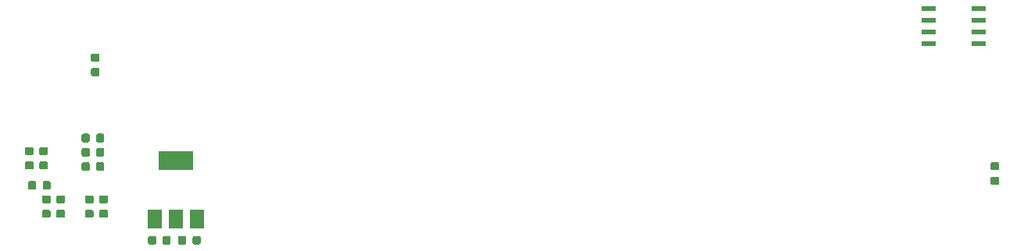
<source format=gbr>
G04 #@! TF.GenerationSoftware,KiCad,Pcbnew,5.0.2-bee76a0~70~ubuntu18.04.1*
G04 #@! TF.CreationDate,2019-10-29T17:05:40+01:00*
G04 #@! TF.ProjectId,emfi,656d6669-2e6b-4696-9361-645f70636258,0.1*
G04 #@! TF.SameCoordinates,Original*
G04 #@! TF.FileFunction,Paste,Bot*
G04 #@! TF.FilePolarity,Positive*
%FSLAX46Y46*%
G04 Gerber Fmt 4.6, Leading zero omitted, Abs format (unit mm)*
G04 Created by KiCad (PCBNEW 5.0.2-bee76a0~70~ubuntu18.04.1) date mar. 29 oct. 2019 17:05:40 CET*
%MOMM*%
%LPD*%
G01*
G04 APERTURE LIST*
%ADD10R,1.500000X2.000000*%
%ADD11R,3.800000X2.000000*%
%ADD12R,1.550000X0.600000*%
%ADD13C,0.100000*%
%ADD14C,0.875000*%
G04 APERTURE END LIST*
D10*
G04 #@! TO.C,U5*
X77811079Y-56914277D03*
X73211079Y-56914277D03*
X75511079Y-56914277D03*
D11*
X75511079Y-50614277D03*
G04 #@! TD*
D12*
G04 #@! TO.C,U6*
X157050000Y-37905000D03*
X157050000Y-36635000D03*
X157050000Y-35365000D03*
X157050000Y-34095000D03*
X162450000Y-34095000D03*
X162450000Y-35365000D03*
X162450000Y-36635000D03*
X162450000Y-37905000D03*
G04 #@! TD*
D13*
G04 #@! TO.C,R9*
G36*
X164527691Y-52351053D02*
X164548926Y-52354203D01*
X164569750Y-52359419D01*
X164589962Y-52366651D01*
X164609368Y-52375830D01*
X164627781Y-52386866D01*
X164645024Y-52399654D01*
X164660930Y-52414070D01*
X164675346Y-52429976D01*
X164688134Y-52447219D01*
X164699170Y-52465632D01*
X164708349Y-52485038D01*
X164715581Y-52505250D01*
X164720797Y-52526074D01*
X164723947Y-52547309D01*
X164725000Y-52568750D01*
X164725000Y-53006250D01*
X164723947Y-53027691D01*
X164720797Y-53048926D01*
X164715581Y-53069750D01*
X164708349Y-53089962D01*
X164699170Y-53109368D01*
X164688134Y-53127781D01*
X164675346Y-53145024D01*
X164660930Y-53160930D01*
X164645024Y-53175346D01*
X164627781Y-53188134D01*
X164609368Y-53199170D01*
X164589962Y-53208349D01*
X164569750Y-53215581D01*
X164548926Y-53220797D01*
X164527691Y-53223947D01*
X164506250Y-53225000D01*
X163993750Y-53225000D01*
X163972309Y-53223947D01*
X163951074Y-53220797D01*
X163930250Y-53215581D01*
X163910038Y-53208349D01*
X163890632Y-53199170D01*
X163872219Y-53188134D01*
X163854976Y-53175346D01*
X163839070Y-53160930D01*
X163824654Y-53145024D01*
X163811866Y-53127781D01*
X163800830Y-53109368D01*
X163791651Y-53089962D01*
X163784419Y-53069750D01*
X163779203Y-53048926D01*
X163776053Y-53027691D01*
X163775000Y-53006250D01*
X163775000Y-52568750D01*
X163776053Y-52547309D01*
X163779203Y-52526074D01*
X163784419Y-52505250D01*
X163791651Y-52485038D01*
X163800830Y-52465632D01*
X163811866Y-52447219D01*
X163824654Y-52429976D01*
X163839070Y-52414070D01*
X163854976Y-52399654D01*
X163872219Y-52386866D01*
X163890632Y-52375830D01*
X163910038Y-52366651D01*
X163930250Y-52359419D01*
X163951074Y-52354203D01*
X163972309Y-52351053D01*
X163993750Y-52350000D01*
X164506250Y-52350000D01*
X164527691Y-52351053D01*
X164527691Y-52351053D01*
G37*
D14*
X164250000Y-52787500D03*
D13*
G36*
X164527691Y-50776053D02*
X164548926Y-50779203D01*
X164569750Y-50784419D01*
X164589962Y-50791651D01*
X164609368Y-50800830D01*
X164627781Y-50811866D01*
X164645024Y-50824654D01*
X164660930Y-50839070D01*
X164675346Y-50854976D01*
X164688134Y-50872219D01*
X164699170Y-50890632D01*
X164708349Y-50910038D01*
X164715581Y-50930250D01*
X164720797Y-50951074D01*
X164723947Y-50972309D01*
X164725000Y-50993750D01*
X164725000Y-51431250D01*
X164723947Y-51452691D01*
X164720797Y-51473926D01*
X164715581Y-51494750D01*
X164708349Y-51514962D01*
X164699170Y-51534368D01*
X164688134Y-51552781D01*
X164675346Y-51570024D01*
X164660930Y-51585930D01*
X164645024Y-51600346D01*
X164627781Y-51613134D01*
X164609368Y-51624170D01*
X164589962Y-51633349D01*
X164569750Y-51640581D01*
X164548926Y-51645797D01*
X164527691Y-51648947D01*
X164506250Y-51650000D01*
X163993750Y-51650000D01*
X163972309Y-51648947D01*
X163951074Y-51645797D01*
X163930250Y-51640581D01*
X163910038Y-51633349D01*
X163890632Y-51624170D01*
X163872219Y-51613134D01*
X163854976Y-51600346D01*
X163839070Y-51585930D01*
X163824654Y-51570024D01*
X163811866Y-51552781D01*
X163800830Y-51534368D01*
X163791651Y-51514962D01*
X163784419Y-51494750D01*
X163779203Y-51473926D01*
X163776053Y-51452691D01*
X163775000Y-51431250D01*
X163775000Y-50993750D01*
X163776053Y-50972309D01*
X163779203Y-50951074D01*
X163784419Y-50930250D01*
X163791651Y-50910038D01*
X163800830Y-50890632D01*
X163811866Y-50872219D01*
X163824654Y-50854976D01*
X163839070Y-50839070D01*
X163854976Y-50824654D01*
X163872219Y-50811866D01*
X163890632Y-50800830D01*
X163910038Y-50791651D01*
X163930250Y-50784419D01*
X163951074Y-50779203D01*
X163972309Y-50776053D01*
X163993750Y-50775000D01*
X164506250Y-50775000D01*
X164527691Y-50776053D01*
X164527691Y-50776053D01*
G37*
D14*
X164250000Y-51212500D03*
G04 #@! TD*
D13*
G04 #@! TO.C,C6*
G36*
X67577691Y-49226053D02*
X67598926Y-49229203D01*
X67619750Y-49234419D01*
X67639962Y-49241651D01*
X67659368Y-49250830D01*
X67677781Y-49261866D01*
X67695024Y-49274654D01*
X67710930Y-49289070D01*
X67725346Y-49304976D01*
X67738134Y-49322219D01*
X67749170Y-49340632D01*
X67758349Y-49360038D01*
X67765581Y-49380250D01*
X67770797Y-49401074D01*
X67773947Y-49422309D01*
X67775000Y-49443750D01*
X67775000Y-49956250D01*
X67773947Y-49977691D01*
X67770797Y-49998926D01*
X67765581Y-50019750D01*
X67758349Y-50039962D01*
X67749170Y-50059368D01*
X67738134Y-50077781D01*
X67725346Y-50095024D01*
X67710930Y-50110930D01*
X67695024Y-50125346D01*
X67677781Y-50138134D01*
X67659368Y-50149170D01*
X67639962Y-50158349D01*
X67619750Y-50165581D01*
X67598926Y-50170797D01*
X67577691Y-50173947D01*
X67556250Y-50175000D01*
X67118750Y-50175000D01*
X67097309Y-50173947D01*
X67076074Y-50170797D01*
X67055250Y-50165581D01*
X67035038Y-50158349D01*
X67015632Y-50149170D01*
X66997219Y-50138134D01*
X66979976Y-50125346D01*
X66964070Y-50110930D01*
X66949654Y-50095024D01*
X66936866Y-50077781D01*
X66925830Y-50059368D01*
X66916651Y-50039962D01*
X66909419Y-50019750D01*
X66904203Y-49998926D01*
X66901053Y-49977691D01*
X66900000Y-49956250D01*
X66900000Y-49443750D01*
X66901053Y-49422309D01*
X66904203Y-49401074D01*
X66909419Y-49380250D01*
X66916651Y-49360038D01*
X66925830Y-49340632D01*
X66936866Y-49322219D01*
X66949654Y-49304976D01*
X66964070Y-49289070D01*
X66979976Y-49274654D01*
X66997219Y-49261866D01*
X67015632Y-49250830D01*
X67035038Y-49241651D01*
X67055250Y-49234419D01*
X67076074Y-49229203D01*
X67097309Y-49226053D01*
X67118750Y-49225000D01*
X67556250Y-49225000D01*
X67577691Y-49226053D01*
X67577691Y-49226053D01*
G37*
D14*
X67337500Y-49700000D03*
D13*
G36*
X66002691Y-49226053D02*
X66023926Y-49229203D01*
X66044750Y-49234419D01*
X66064962Y-49241651D01*
X66084368Y-49250830D01*
X66102781Y-49261866D01*
X66120024Y-49274654D01*
X66135930Y-49289070D01*
X66150346Y-49304976D01*
X66163134Y-49322219D01*
X66174170Y-49340632D01*
X66183349Y-49360038D01*
X66190581Y-49380250D01*
X66195797Y-49401074D01*
X66198947Y-49422309D01*
X66200000Y-49443750D01*
X66200000Y-49956250D01*
X66198947Y-49977691D01*
X66195797Y-49998926D01*
X66190581Y-50019750D01*
X66183349Y-50039962D01*
X66174170Y-50059368D01*
X66163134Y-50077781D01*
X66150346Y-50095024D01*
X66135930Y-50110930D01*
X66120024Y-50125346D01*
X66102781Y-50138134D01*
X66084368Y-50149170D01*
X66064962Y-50158349D01*
X66044750Y-50165581D01*
X66023926Y-50170797D01*
X66002691Y-50173947D01*
X65981250Y-50175000D01*
X65543750Y-50175000D01*
X65522309Y-50173947D01*
X65501074Y-50170797D01*
X65480250Y-50165581D01*
X65460038Y-50158349D01*
X65440632Y-50149170D01*
X65422219Y-50138134D01*
X65404976Y-50125346D01*
X65389070Y-50110930D01*
X65374654Y-50095024D01*
X65361866Y-50077781D01*
X65350830Y-50059368D01*
X65341651Y-50039962D01*
X65334419Y-50019750D01*
X65329203Y-49998926D01*
X65326053Y-49977691D01*
X65325000Y-49956250D01*
X65325000Y-49443750D01*
X65326053Y-49422309D01*
X65329203Y-49401074D01*
X65334419Y-49380250D01*
X65341651Y-49360038D01*
X65350830Y-49340632D01*
X65361866Y-49322219D01*
X65374654Y-49304976D01*
X65389070Y-49289070D01*
X65404976Y-49274654D01*
X65422219Y-49261866D01*
X65440632Y-49250830D01*
X65460038Y-49241651D01*
X65480250Y-49234419D01*
X65501074Y-49229203D01*
X65522309Y-49226053D01*
X65543750Y-49225000D01*
X65981250Y-49225000D01*
X66002691Y-49226053D01*
X66002691Y-49226053D01*
G37*
D14*
X65762500Y-49700000D03*
G04 #@! TD*
D13*
G04 #@! TO.C,C7*
G36*
X61477691Y-50701053D02*
X61498926Y-50704203D01*
X61519750Y-50709419D01*
X61539962Y-50716651D01*
X61559368Y-50725830D01*
X61577781Y-50736866D01*
X61595024Y-50749654D01*
X61610930Y-50764070D01*
X61625346Y-50779976D01*
X61638134Y-50797219D01*
X61649170Y-50815632D01*
X61658349Y-50835038D01*
X61665581Y-50855250D01*
X61670797Y-50876074D01*
X61673947Y-50897309D01*
X61675000Y-50918750D01*
X61675000Y-51356250D01*
X61673947Y-51377691D01*
X61670797Y-51398926D01*
X61665581Y-51419750D01*
X61658349Y-51439962D01*
X61649170Y-51459368D01*
X61638134Y-51477781D01*
X61625346Y-51495024D01*
X61610930Y-51510930D01*
X61595024Y-51525346D01*
X61577781Y-51538134D01*
X61559368Y-51549170D01*
X61539962Y-51558349D01*
X61519750Y-51565581D01*
X61498926Y-51570797D01*
X61477691Y-51573947D01*
X61456250Y-51575000D01*
X60943750Y-51575000D01*
X60922309Y-51573947D01*
X60901074Y-51570797D01*
X60880250Y-51565581D01*
X60860038Y-51558349D01*
X60840632Y-51549170D01*
X60822219Y-51538134D01*
X60804976Y-51525346D01*
X60789070Y-51510930D01*
X60774654Y-51495024D01*
X60761866Y-51477781D01*
X60750830Y-51459368D01*
X60741651Y-51439962D01*
X60734419Y-51419750D01*
X60729203Y-51398926D01*
X60726053Y-51377691D01*
X60725000Y-51356250D01*
X60725000Y-50918750D01*
X60726053Y-50897309D01*
X60729203Y-50876074D01*
X60734419Y-50855250D01*
X60741651Y-50835038D01*
X60750830Y-50815632D01*
X60761866Y-50797219D01*
X60774654Y-50779976D01*
X60789070Y-50764070D01*
X60804976Y-50749654D01*
X60822219Y-50736866D01*
X60840632Y-50725830D01*
X60860038Y-50716651D01*
X60880250Y-50709419D01*
X60901074Y-50704203D01*
X60922309Y-50701053D01*
X60943750Y-50700000D01*
X61456250Y-50700000D01*
X61477691Y-50701053D01*
X61477691Y-50701053D01*
G37*
D14*
X61200000Y-51137500D03*
D13*
G36*
X61477691Y-49126053D02*
X61498926Y-49129203D01*
X61519750Y-49134419D01*
X61539962Y-49141651D01*
X61559368Y-49150830D01*
X61577781Y-49161866D01*
X61595024Y-49174654D01*
X61610930Y-49189070D01*
X61625346Y-49204976D01*
X61638134Y-49222219D01*
X61649170Y-49240632D01*
X61658349Y-49260038D01*
X61665581Y-49280250D01*
X61670797Y-49301074D01*
X61673947Y-49322309D01*
X61675000Y-49343750D01*
X61675000Y-49781250D01*
X61673947Y-49802691D01*
X61670797Y-49823926D01*
X61665581Y-49844750D01*
X61658349Y-49864962D01*
X61649170Y-49884368D01*
X61638134Y-49902781D01*
X61625346Y-49920024D01*
X61610930Y-49935930D01*
X61595024Y-49950346D01*
X61577781Y-49963134D01*
X61559368Y-49974170D01*
X61539962Y-49983349D01*
X61519750Y-49990581D01*
X61498926Y-49995797D01*
X61477691Y-49998947D01*
X61456250Y-50000000D01*
X60943750Y-50000000D01*
X60922309Y-49998947D01*
X60901074Y-49995797D01*
X60880250Y-49990581D01*
X60860038Y-49983349D01*
X60840632Y-49974170D01*
X60822219Y-49963134D01*
X60804976Y-49950346D01*
X60789070Y-49935930D01*
X60774654Y-49920024D01*
X60761866Y-49902781D01*
X60750830Y-49884368D01*
X60741651Y-49864962D01*
X60734419Y-49844750D01*
X60729203Y-49823926D01*
X60726053Y-49802691D01*
X60725000Y-49781250D01*
X60725000Y-49343750D01*
X60726053Y-49322309D01*
X60729203Y-49301074D01*
X60734419Y-49280250D01*
X60741651Y-49260038D01*
X60750830Y-49240632D01*
X60761866Y-49222219D01*
X60774654Y-49204976D01*
X60789070Y-49189070D01*
X60804976Y-49174654D01*
X60822219Y-49161866D01*
X60840632Y-49150830D01*
X60860038Y-49141651D01*
X60880250Y-49134419D01*
X60901074Y-49129203D01*
X60922309Y-49126053D01*
X60943750Y-49125000D01*
X61456250Y-49125000D01*
X61477691Y-49126053D01*
X61477691Y-49126053D01*
G37*
D14*
X61200000Y-49562500D03*
G04 #@! TD*
D13*
G04 #@! TO.C,C12*
G36*
X73202691Y-58776053D02*
X73223926Y-58779203D01*
X73244750Y-58784419D01*
X73264962Y-58791651D01*
X73284368Y-58800830D01*
X73302781Y-58811866D01*
X73320024Y-58824654D01*
X73335930Y-58839070D01*
X73350346Y-58854976D01*
X73363134Y-58872219D01*
X73374170Y-58890632D01*
X73383349Y-58910038D01*
X73390581Y-58930250D01*
X73395797Y-58951074D01*
X73398947Y-58972309D01*
X73400000Y-58993750D01*
X73400000Y-59506250D01*
X73398947Y-59527691D01*
X73395797Y-59548926D01*
X73390581Y-59569750D01*
X73383349Y-59589962D01*
X73374170Y-59609368D01*
X73363134Y-59627781D01*
X73350346Y-59645024D01*
X73335930Y-59660930D01*
X73320024Y-59675346D01*
X73302781Y-59688134D01*
X73284368Y-59699170D01*
X73264962Y-59708349D01*
X73244750Y-59715581D01*
X73223926Y-59720797D01*
X73202691Y-59723947D01*
X73181250Y-59725000D01*
X72743750Y-59725000D01*
X72722309Y-59723947D01*
X72701074Y-59720797D01*
X72680250Y-59715581D01*
X72660038Y-59708349D01*
X72640632Y-59699170D01*
X72622219Y-59688134D01*
X72604976Y-59675346D01*
X72589070Y-59660930D01*
X72574654Y-59645024D01*
X72561866Y-59627781D01*
X72550830Y-59609368D01*
X72541651Y-59589962D01*
X72534419Y-59569750D01*
X72529203Y-59548926D01*
X72526053Y-59527691D01*
X72525000Y-59506250D01*
X72525000Y-58993750D01*
X72526053Y-58972309D01*
X72529203Y-58951074D01*
X72534419Y-58930250D01*
X72541651Y-58910038D01*
X72550830Y-58890632D01*
X72561866Y-58872219D01*
X72574654Y-58854976D01*
X72589070Y-58839070D01*
X72604976Y-58824654D01*
X72622219Y-58811866D01*
X72640632Y-58800830D01*
X72660038Y-58791651D01*
X72680250Y-58784419D01*
X72701074Y-58779203D01*
X72722309Y-58776053D01*
X72743750Y-58775000D01*
X73181250Y-58775000D01*
X73202691Y-58776053D01*
X73202691Y-58776053D01*
G37*
D14*
X72962500Y-59250000D03*
D13*
G36*
X74777691Y-58776053D02*
X74798926Y-58779203D01*
X74819750Y-58784419D01*
X74839962Y-58791651D01*
X74859368Y-58800830D01*
X74877781Y-58811866D01*
X74895024Y-58824654D01*
X74910930Y-58839070D01*
X74925346Y-58854976D01*
X74938134Y-58872219D01*
X74949170Y-58890632D01*
X74958349Y-58910038D01*
X74965581Y-58930250D01*
X74970797Y-58951074D01*
X74973947Y-58972309D01*
X74975000Y-58993750D01*
X74975000Y-59506250D01*
X74973947Y-59527691D01*
X74970797Y-59548926D01*
X74965581Y-59569750D01*
X74958349Y-59589962D01*
X74949170Y-59609368D01*
X74938134Y-59627781D01*
X74925346Y-59645024D01*
X74910930Y-59660930D01*
X74895024Y-59675346D01*
X74877781Y-59688134D01*
X74859368Y-59699170D01*
X74839962Y-59708349D01*
X74819750Y-59715581D01*
X74798926Y-59720797D01*
X74777691Y-59723947D01*
X74756250Y-59725000D01*
X74318750Y-59725000D01*
X74297309Y-59723947D01*
X74276074Y-59720797D01*
X74255250Y-59715581D01*
X74235038Y-59708349D01*
X74215632Y-59699170D01*
X74197219Y-59688134D01*
X74179976Y-59675346D01*
X74164070Y-59660930D01*
X74149654Y-59645024D01*
X74136866Y-59627781D01*
X74125830Y-59609368D01*
X74116651Y-59589962D01*
X74109419Y-59569750D01*
X74104203Y-59548926D01*
X74101053Y-59527691D01*
X74100000Y-59506250D01*
X74100000Y-58993750D01*
X74101053Y-58972309D01*
X74104203Y-58951074D01*
X74109419Y-58930250D01*
X74116651Y-58910038D01*
X74125830Y-58890632D01*
X74136866Y-58872219D01*
X74149654Y-58854976D01*
X74164070Y-58839070D01*
X74179976Y-58824654D01*
X74197219Y-58811866D01*
X74215632Y-58800830D01*
X74235038Y-58791651D01*
X74255250Y-58784419D01*
X74276074Y-58779203D01*
X74297309Y-58776053D01*
X74318750Y-58775000D01*
X74756250Y-58775000D01*
X74777691Y-58776053D01*
X74777691Y-58776053D01*
G37*
D14*
X74537500Y-59250000D03*
G04 #@! TD*
D13*
G04 #@! TO.C,C14*
G36*
X76452691Y-58776053D02*
X76473926Y-58779203D01*
X76494750Y-58784419D01*
X76514962Y-58791651D01*
X76534368Y-58800830D01*
X76552781Y-58811866D01*
X76570024Y-58824654D01*
X76585930Y-58839070D01*
X76600346Y-58854976D01*
X76613134Y-58872219D01*
X76624170Y-58890632D01*
X76633349Y-58910038D01*
X76640581Y-58930250D01*
X76645797Y-58951074D01*
X76648947Y-58972309D01*
X76650000Y-58993750D01*
X76650000Y-59506250D01*
X76648947Y-59527691D01*
X76645797Y-59548926D01*
X76640581Y-59569750D01*
X76633349Y-59589962D01*
X76624170Y-59609368D01*
X76613134Y-59627781D01*
X76600346Y-59645024D01*
X76585930Y-59660930D01*
X76570024Y-59675346D01*
X76552781Y-59688134D01*
X76534368Y-59699170D01*
X76514962Y-59708349D01*
X76494750Y-59715581D01*
X76473926Y-59720797D01*
X76452691Y-59723947D01*
X76431250Y-59725000D01*
X75993750Y-59725000D01*
X75972309Y-59723947D01*
X75951074Y-59720797D01*
X75930250Y-59715581D01*
X75910038Y-59708349D01*
X75890632Y-59699170D01*
X75872219Y-59688134D01*
X75854976Y-59675346D01*
X75839070Y-59660930D01*
X75824654Y-59645024D01*
X75811866Y-59627781D01*
X75800830Y-59609368D01*
X75791651Y-59589962D01*
X75784419Y-59569750D01*
X75779203Y-59548926D01*
X75776053Y-59527691D01*
X75775000Y-59506250D01*
X75775000Y-58993750D01*
X75776053Y-58972309D01*
X75779203Y-58951074D01*
X75784419Y-58930250D01*
X75791651Y-58910038D01*
X75800830Y-58890632D01*
X75811866Y-58872219D01*
X75824654Y-58854976D01*
X75839070Y-58839070D01*
X75854976Y-58824654D01*
X75872219Y-58811866D01*
X75890632Y-58800830D01*
X75910038Y-58791651D01*
X75930250Y-58784419D01*
X75951074Y-58779203D01*
X75972309Y-58776053D01*
X75993750Y-58775000D01*
X76431250Y-58775000D01*
X76452691Y-58776053D01*
X76452691Y-58776053D01*
G37*
D14*
X76212500Y-59250000D03*
D13*
G36*
X78027691Y-58776053D02*
X78048926Y-58779203D01*
X78069750Y-58784419D01*
X78089962Y-58791651D01*
X78109368Y-58800830D01*
X78127781Y-58811866D01*
X78145024Y-58824654D01*
X78160930Y-58839070D01*
X78175346Y-58854976D01*
X78188134Y-58872219D01*
X78199170Y-58890632D01*
X78208349Y-58910038D01*
X78215581Y-58930250D01*
X78220797Y-58951074D01*
X78223947Y-58972309D01*
X78225000Y-58993750D01*
X78225000Y-59506250D01*
X78223947Y-59527691D01*
X78220797Y-59548926D01*
X78215581Y-59569750D01*
X78208349Y-59589962D01*
X78199170Y-59609368D01*
X78188134Y-59627781D01*
X78175346Y-59645024D01*
X78160930Y-59660930D01*
X78145024Y-59675346D01*
X78127781Y-59688134D01*
X78109368Y-59699170D01*
X78089962Y-59708349D01*
X78069750Y-59715581D01*
X78048926Y-59720797D01*
X78027691Y-59723947D01*
X78006250Y-59725000D01*
X77568750Y-59725000D01*
X77547309Y-59723947D01*
X77526074Y-59720797D01*
X77505250Y-59715581D01*
X77485038Y-59708349D01*
X77465632Y-59699170D01*
X77447219Y-59688134D01*
X77429976Y-59675346D01*
X77414070Y-59660930D01*
X77399654Y-59645024D01*
X77386866Y-59627781D01*
X77375830Y-59609368D01*
X77366651Y-59589962D01*
X77359419Y-59569750D01*
X77354203Y-59548926D01*
X77351053Y-59527691D01*
X77350000Y-59506250D01*
X77350000Y-58993750D01*
X77351053Y-58972309D01*
X77354203Y-58951074D01*
X77359419Y-58930250D01*
X77366651Y-58910038D01*
X77375830Y-58890632D01*
X77386866Y-58872219D01*
X77399654Y-58854976D01*
X77414070Y-58839070D01*
X77429976Y-58824654D01*
X77447219Y-58811866D01*
X77465632Y-58800830D01*
X77485038Y-58791651D01*
X77505250Y-58784419D01*
X77526074Y-58779203D01*
X77547309Y-58776053D01*
X77568750Y-58775000D01*
X78006250Y-58775000D01*
X78027691Y-58776053D01*
X78027691Y-58776053D01*
G37*
D14*
X77787500Y-59250000D03*
G04 #@! TD*
D13*
G04 #@! TO.C,C5*
G36*
X61777691Y-55951053D02*
X61798926Y-55954203D01*
X61819750Y-55959419D01*
X61839962Y-55966651D01*
X61859368Y-55975830D01*
X61877781Y-55986866D01*
X61895024Y-55999654D01*
X61910930Y-56014070D01*
X61925346Y-56029976D01*
X61938134Y-56047219D01*
X61949170Y-56065632D01*
X61958349Y-56085038D01*
X61965581Y-56105250D01*
X61970797Y-56126074D01*
X61973947Y-56147309D01*
X61975000Y-56168750D01*
X61975000Y-56606250D01*
X61973947Y-56627691D01*
X61970797Y-56648926D01*
X61965581Y-56669750D01*
X61958349Y-56689962D01*
X61949170Y-56709368D01*
X61938134Y-56727781D01*
X61925346Y-56745024D01*
X61910930Y-56760930D01*
X61895024Y-56775346D01*
X61877781Y-56788134D01*
X61859368Y-56799170D01*
X61839962Y-56808349D01*
X61819750Y-56815581D01*
X61798926Y-56820797D01*
X61777691Y-56823947D01*
X61756250Y-56825000D01*
X61243750Y-56825000D01*
X61222309Y-56823947D01*
X61201074Y-56820797D01*
X61180250Y-56815581D01*
X61160038Y-56808349D01*
X61140632Y-56799170D01*
X61122219Y-56788134D01*
X61104976Y-56775346D01*
X61089070Y-56760930D01*
X61074654Y-56745024D01*
X61061866Y-56727781D01*
X61050830Y-56709368D01*
X61041651Y-56689962D01*
X61034419Y-56669750D01*
X61029203Y-56648926D01*
X61026053Y-56627691D01*
X61025000Y-56606250D01*
X61025000Y-56168750D01*
X61026053Y-56147309D01*
X61029203Y-56126074D01*
X61034419Y-56105250D01*
X61041651Y-56085038D01*
X61050830Y-56065632D01*
X61061866Y-56047219D01*
X61074654Y-56029976D01*
X61089070Y-56014070D01*
X61104976Y-55999654D01*
X61122219Y-55986866D01*
X61140632Y-55975830D01*
X61160038Y-55966651D01*
X61180250Y-55959419D01*
X61201074Y-55954203D01*
X61222309Y-55951053D01*
X61243750Y-55950000D01*
X61756250Y-55950000D01*
X61777691Y-55951053D01*
X61777691Y-55951053D01*
G37*
D14*
X61500000Y-56387500D03*
D13*
G36*
X61777691Y-54376053D02*
X61798926Y-54379203D01*
X61819750Y-54384419D01*
X61839962Y-54391651D01*
X61859368Y-54400830D01*
X61877781Y-54411866D01*
X61895024Y-54424654D01*
X61910930Y-54439070D01*
X61925346Y-54454976D01*
X61938134Y-54472219D01*
X61949170Y-54490632D01*
X61958349Y-54510038D01*
X61965581Y-54530250D01*
X61970797Y-54551074D01*
X61973947Y-54572309D01*
X61975000Y-54593750D01*
X61975000Y-55031250D01*
X61973947Y-55052691D01*
X61970797Y-55073926D01*
X61965581Y-55094750D01*
X61958349Y-55114962D01*
X61949170Y-55134368D01*
X61938134Y-55152781D01*
X61925346Y-55170024D01*
X61910930Y-55185930D01*
X61895024Y-55200346D01*
X61877781Y-55213134D01*
X61859368Y-55224170D01*
X61839962Y-55233349D01*
X61819750Y-55240581D01*
X61798926Y-55245797D01*
X61777691Y-55248947D01*
X61756250Y-55250000D01*
X61243750Y-55250000D01*
X61222309Y-55248947D01*
X61201074Y-55245797D01*
X61180250Y-55240581D01*
X61160038Y-55233349D01*
X61140632Y-55224170D01*
X61122219Y-55213134D01*
X61104976Y-55200346D01*
X61089070Y-55185930D01*
X61074654Y-55170024D01*
X61061866Y-55152781D01*
X61050830Y-55134368D01*
X61041651Y-55114962D01*
X61034419Y-55094750D01*
X61029203Y-55073926D01*
X61026053Y-55052691D01*
X61025000Y-55031250D01*
X61025000Y-54593750D01*
X61026053Y-54572309D01*
X61029203Y-54551074D01*
X61034419Y-54530250D01*
X61041651Y-54510038D01*
X61050830Y-54490632D01*
X61061866Y-54472219D01*
X61074654Y-54454976D01*
X61089070Y-54439070D01*
X61104976Y-54424654D01*
X61122219Y-54411866D01*
X61140632Y-54400830D01*
X61160038Y-54391651D01*
X61180250Y-54384419D01*
X61201074Y-54379203D01*
X61222309Y-54376053D01*
X61243750Y-54375000D01*
X61756250Y-54375000D01*
X61777691Y-54376053D01*
X61777691Y-54376053D01*
G37*
D14*
X61500000Y-54812500D03*
G04 #@! TD*
D13*
G04 #@! TO.C,C2*
G36*
X67977691Y-54376053D02*
X67998926Y-54379203D01*
X68019750Y-54384419D01*
X68039962Y-54391651D01*
X68059368Y-54400830D01*
X68077781Y-54411866D01*
X68095024Y-54424654D01*
X68110930Y-54439070D01*
X68125346Y-54454976D01*
X68138134Y-54472219D01*
X68149170Y-54490632D01*
X68158349Y-54510038D01*
X68165581Y-54530250D01*
X68170797Y-54551074D01*
X68173947Y-54572309D01*
X68175000Y-54593750D01*
X68175000Y-55031250D01*
X68173947Y-55052691D01*
X68170797Y-55073926D01*
X68165581Y-55094750D01*
X68158349Y-55114962D01*
X68149170Y-55134368D01*
X68138134Y-55152781D01*
X68125346Y-55170024D01*
X68110930Y-55185930D01*
X68095024Y-55200346D01*
X68077781Y-55213134D01*
X68059368Y-55224170D01*
X68039962Y-55233349D01*
X68019750Y-55240581D01*
X67998926Y-55245797D01*
X67977691Y-55248947D01*
X67956250Y-55250000D01*
X67443750Y-55250000D01*
X67422309Y-55248947D01*
X67401074Y-55245797D01*
X67380250Y-55240581D01*
X67360038Y-55233349D01*
X67340632Y-55224170D01*
X67322219Y-55213134D01*
X67304976Y-55200346D01*
X67289070Y-55185930D01*
X67274654Y-55170024D01*
X67261866Y-55152781D01*
X67250830Y-55134368D01*
X67241651Y-55114962D01*
X67234419Y-55094750D01*
X67229203Y-55073926D01*
X67226053Y-55052691D01*
X67225000Y-55031250D01*
X67225000Y-54593750D01*
X67226053Y-54572309D01*
X67229203Y-54551074D01*
X67234419Y-54530250D01*
X67241651Y-54510038D01*
X67250830Y-54490632D01*
X67261866Y-54472219D01*
X67274654Y-54454976D01*
X67289070Y-54439070D01*
X67304976Y-54424654D01*
X67322219Y-54411866D01*
X67340632Y-54400830D01*
X67360038Y-54391651D01*
X67380250Y-54384419D01*
X67401074Y-54379203D01*
X67422309Y-54376053D01*
X67443750Y-54375000D01*
X67956250Y-54375000D01*
X67977691Y-54376053D01*
X67977691Y-54376053D01*
G37*
D14*
X67700000Y-54812500D03*
D13*
G36*
X67977691Y-55951053D02*
X67998926Y-55954203D01*
X68019750Y-55959419D01*
X68039962Y-55966651D01*
X68059368Y-55975830D01*
X68077781Y-55986866D01*
X68095024Y-55999654D01*
X68110930Y-56014070D01*
X68125346Y-56029976D01*
X68138134Y-56047219D01*
X68149170Y-56065632D01*
X68158349Y-56085038D01*
X68165581Y-56105250D01*
X68170797Y-56126074D01*
X68173947Y-56147309D01*
X68175000Y-56168750D01*
X68175000Y-56606250D01*
X68173947Y-56627691D01*
X68170797Y-56648926D01*
X68165581Y-56669750D01*
X68158349Y-56689962D01*
X68149170Y-56709368D01*
X68138134Y-56727781D01*
X68125346Y-56745024D01*
X68110930Y-56760930D01*
X68095024Y-56775346D01*
X68077781Y-56788134D01*
X68059368Y-56799170D01*
X68039962Y-56808349D01*
X68019750Y-56815581D01*
X67998926Y-56820797D01*
X67977691Y-56823947D01*
X67956250Y-56825000D01*
X67443750Y-56825000D01*
X67422309Y-56823947D01*
X67401074Y-56820797D01*
X67380250Y-56815581D01*
X67360038Y-56808349D01*
X67340632Y-56799170D01*
X67322219Y-56788134D01*
X67304976Y-56775346D01*
X67289070Y-56760930D01*
X67274654Y-56745024D01*
X67261866Y-56727781D01*
X67250830Y-56709368D01*
X67241651Y-56689962D01*
X67234419Y-56669750D01*
X67229203Y-56648926D01*
X67226053Y-56627691D01*
X67225000Y-56606250D01*
X67225000Y-56168750D01*
X67226053Y-56147309D01*
X67229203Y-56126074D01*
X67234419Y-56105250D01*
X67241651Y-56085038D01*
X67250830Y-56065632D01*
X67261866Y-56047219D01*
X67274654Y-56029976D01*
X67289070Y-56014070D01*
X67304976Y-55999654D01*
X67322219Y-55986866D01*
X67340632Y-55975830D01*
X67360038Y-55966651D01*
X67380250Y-55959419D01*
X67401074Y-55954203D01*
X67422309Y-55951053D01*
X67443750Y-55950000D01*
X67956250Y-55950000D01*
X67977691Y-55951053D01*
X67977691Y-55951053D01*
G37*
D14*
X67700000Y-56387500D03*
G04 #@! TD*
D13*
G04 #@! TO.C,C3*
G36*
X67577691Y-47676053D02*
X67598926Y-47679203D01*
X67619750Y-47684419D01*
X67639962Y-47691651D01*
X67659368Y-47700830D01*
X67677781Y-47711866D01*
X67695024Y-47724654D01*
X67710930Y-47739070D01*
X67725346Y-47754976D01*
X67738134Y-47772219D01*
X67749170Y-47790632D01*
X67758349Y-47810038D01*
X67765581Y-47830250D01*
X67770797Y-47851074D01*
X67773947Y-47872309D01*
X67775000Y-47893750D01*
X67775000Y-48406250D01*
X67773947Y-48427691D01*
X67770797Y-48448926D01*
X67765581Y-48469750D01*
X67758349Y-48489962D01*
X67749170Y-48509368D01*
X67738134Y-48527781D01*
X67725346Y-48545024D01*
X67710930Y-48560930D01*
X67695024Y-48575346D01*
X67677781Y-48588134D01*
X67659368Y-48599170D01*
X67639962Y-48608349D01*
X67619750Y-48615581D01*
X67598926Y-48620797D01*
X67577691Y-48623947D01*
X67556250Y-48625000D01*
X67118750Y-48625000D01*
X67097309Y-48623947D01*
X67076074Y-48620797D01*
X67055250Y-48615581D01*
X67035038Y-48608349D01*
X67015632Y-48599170D01*
X66997219Y-48588134D01*
X66979976Y-48575346D01*
X66964070Y-48560930D01*
X66949654Y-48545024D01*
X66936866Y-48527781D01*
X66925830Y-48509368D01*
X66916651Y-48489962D01*
X66909419Y-48469750D01*
X66904203Y-48448926D01*
X66901053Y-48427691D01*
X66900000Y-48406250D01*
X66900000Y-47893750D01*
X66901053Y-47872309D01*
X66904203Y-47851074D01*
X66909419Y-47830250D01*
X66916651Y-47810038D01*
X66925830Y-47790632D01*
X66936866Y-47772219D01*
X66949654Y-47754976D01*
X66964070Y-47739070D01*
X66979976Y-47724654D01*
X66997219Y-47711866D01*
X67015632Y-47700830D01*
X67035038Y-47691651D01*
X67055250Y-47684419D01*
X67076074Y-47679203D01*
X67097309Y-47676053D01*
X67118750Y-47675000D01*
X67556250Y-47675000D01*
X67577691Y-47676053D01*
X67577691Y-47676053D01*
G37*
D14*
X67337500Y-48150000D03*
D13*
G36*
X66002691Y-47676053D02*
X66023926Y-47679203D01*
X66044750Y-47684419D01*
X66064962Y-47691651D01*
X66084368Y-47700830D01*
X66102781Y-47711866D01*
X66120024Y-47724654D01*
X66135930Y-47739070D01*
X66150346Y-47754976D01*
X66163134Y-47772219D01*
X66174170Y-47790632D01*
X66183349Y-47810038D01*
X66190581Y-47830250D01*
X66195797Y-47851074D01*
X66198947Y-47872309D01*
X66200000Y-47893750D01*
X66200000Y-48406250D01*
X66198947Y-48427691D01*
X66195797Y-48448926D01*
X66190581Y-48469750D01*
X66183349Y-48489962D01*
X66174170Y-48509368D01*
X66163134Y-48527781D01*
X66150346Y-48545024D01*
X66135930Y-48560930D01*
X66120024Y-48575346D01*
X66102781Y-48588134D01*
X66084368Y-48599170D01*
X66064962Y-48608349D01*
X66044750Y-48615581D01*
X66023926Y-48620797D01*
X66002691Y-48623947D01*
X65981250Y-48625000D01*
X65543750Y-48625000D01*
X65522309Y-48623947D01*
X65501074Y-48620797D01*
X65480250Y-48615581D01*
X65460038Y-48608349D01*
X65440632Y-48599170D01*
X65422219Y-48588134D01*
X65404976Y-48575346D01*
X65389070Y-48560930D01*
X65374654Y-48545024D01*
X65361866Y-48527781D01*
X65350830Y-48509368D01*
X65341651Y-48489962D01*
X65334419Y-48469750D01*
X65329203Y-48448926D01*
X65326053Y-48427691D01*
X65325000Y-48406250D01*
X65325000Y-47893750D01*
X65326053Y-47872309D01*
X65329203Y-47851074D01*
X65334419Y-47830250D01*
X65341651Y-47810038D01*
X65350830Y-47790632D01*
X65361866Y-47772219D01*
X65374654Y-47754976D01*
X65389070Y-47739070D01*
X65404976Y-47724654D01*
X65422219Y-47711866D01*
X65440632Y-47700830D01*
X65460038Y-47691651D01*
X65480250Y-47684419D01*
X65501074Y-47679203D01*
X65522309Y-47676053D01*
X65543750Y-47675000D01*
X65981250Y-47675000D01*
X66002691Y-47676053D01*
X66002691Y-47676053D01*
G37*
D14*
X65762500Y-48150000D03*
G04 #@! TD*
D13*
G04 #@! TO.C,C4*
G36*
X59927691Y-50701053D02*
X59948926Y-50704203D01*
X59969750Y-50709419D01*
X59989962Y-50716651D01*
X60009368Y-50725830D01*
X60027781Y-50736866D01*
X60045024Y-50749654D01*
X60060930Y-50764070D01*
X60075346Y-50779976D01*
X60088134Y-50797219D01*
X60099170Y-50815632D01*
X60108349Y-50835038D01*
X60115581Y-50855250D01*
X60120797Y-50876074D01*
X60123947Y-50897309D01*
X60125000Y-50918750D01*
X60125000Y-51356250D01*
X60123947Y-51377691D01*
X60120797Y-51398926D01*
X60115581Y-51419750D01*
X60108349Y-51439962D01*
X60099170Y-51459368D01*
X60088134Y-51477781D01*
X60075346Y-51495024D01*
X60060930Y-51510930D01*
X60045024Y-51525346D01*
X60027781Y-51538134D01*
X60009368Y-51549170D01*
X59989962Y-51558349D01*
X59969750Y-51565581D01*
X59948926Y-51570797D01*
X59927691Y-51573947D01*
X59906250Y-51575000D01*
X59393750Y-51575000D01*
X59372309Y-51573947D01*
X59351074Y-51570797D01*
X59330250Y-51565581D01*
X59310038Y-51558349D01*
X59290632Y-51549170D01*
X59272219Y-51538134D01*
X59254976Y-51525346D01*
X59239070Y-51510930D01*
X59224654Y-51495024D01*
X59211866Y-51477781D01*
X59200830Y-51459368D01*
X59191651Y-51439962D01*
X59184419Y-51419750D01*
X59179203Y-51398926D01*
X59176053Y-51377691D01*
X59175000Y-51356250D01*
X59175000Y-50918750D01*
X59176053Y-50897309D01*
X59179203Y-50876074D01*
X59184419Y-50855250D01*
X59191651Y-50835038D01*
X59200830Y-50815632D01*
X59211866Y-50797219D01*
X59224654Y-50779976D01*
X59239070Y-50764070D01*
X59254976Y-50749654D01*
X59272219Y-50736866D01*
X59290632Y-50725830D01*
X59310038Y-50716651D01*
X59330250Y-50709419D01*
X59351074Y-50704203D01*
X59372309Y-50701053D01*
X59393750Y-50700000D01*
X59906250Y-50700000D01*
X59927691Y-50701053D01*
X59927691Y-50701053D01*
G37*
D14*
X59650000Y-51137500D03*
D13*
G36*
X59927691Y-49126053D02*
X59948926Y-49129203D01*
X59969750Y-49134419D01*
X59989962Y-49141651D01*
X60009368Y-49150830D01*
X60027781Y-49161866D01*
X60045024Y-49174654D01*
X60060930Y-49189070D01*
X60075346Y-49204976D01*
X60088134Y-49222219D01*
X60099170Y-49240632D01*
X60108349Y-49260038D01*
X60115581Y-49280250D01*
X60120797Y-49301074D01*
X60123947Y-49322309D01*
X60125000Y-49343750D01*
X60125000Y-49781250D01*
X60123947Y-49802691D01*
X60120797Y-49823926D01*
X60115581Y-49844750D01*
X60108349Y-49864962D01*
X60099170Y-49884368D01*
X60088134Y-49902781D01*
X60075346Y-49920024D01*
X60060930Y-49935930D01*
X60045024Y-49950346D01*
X60027781Y-49963134D01*
X60009368Y-49974170D01*
X59989962Y-49983349D01*
X59969750Y-49990581D01*
X59948926Y-49995797D01*
X59927691Y-49998947D01*
X59906250Y-50000000D01*
X59393750Y-50000000D01*
X59372309Y-49998947D01*
X59351074Y-49995797D01*
X59330250Y-49990581D01*
X59310038Y-49983349D01*
X59290632Y-49974170D01*
X59272219Y-49963134D01*
X59254976Y-49950346D01*
X59239070Y-49935930D01*
X59224654Y-49920024D01*
X59211866Y-49902781D01*
X59200830Y-49884368D01*
X59191651Y-49864962D01*
X59184419Y-49844750D01*
X59179203Y-49823926D01*
X59176053Y-49802691D01*
X59175000Y-49781250D01*
X59175000Y-49343750D01*
X59176053Y-49322309D01*
X59179203Y-49301074D01*
X59184419Y-49280250D01*
X59191651Y-49260038D01*
X59200830Y-49240632D01*
X59211866Y-49222219D01*
X59224654Y-49204976D01*
X59239070Y-49189070D01*
X59254976Y-49174654D01*
X59272219Y-49161866D01*
X59290632Y-49150830D01*
X59310038Y-49141651D01*
X59330250Y-49134419D01*
X59351074Y-49129203D01*
X59372309Y-49126053D01*
X59393750Y-49125000D01*
X59906250Y-49125000D01*
X59927691Y-49126053D01*
X59927691Y-49126053D01*
G37*
D14*
X59650000Y-49562500D03*
G04 #@! TD*
D13*
G04 #@! TO.C,C17*
G36*
X66427691Y-55951053D02*
X66448926Y-55954203D01*
X66469750Y-55959419D01*
X66489962Y-55966651D01*
X66509368Y-55975830D01*
X66527781Y-55986866D01*
X66545024Y-55999654D01*
X66560930Y-56014070D01*
X66575346Y-56029976D01*
X66588134Y-56047219D01*
X66599170Y-56065632D01*
X66608349Y-56085038D01*
X66615581Y-56105250D01*
X66620797Y-56126074D01*
X66623947Y-56147309D01*
X66625000Y-56168750D01*
X66625000Y-56606250D01*
X66623947Y-56627691D01*
X66620797Y-56648926D01*
X66615581Y-56669750D01*
X66608349Y-56689962D01*
X66599170Y-56709368D01*
X66588134Y-56727781D01*
X66575346Y-56745024D01*
X66560930Y-56760930D01*
X66545024Y-56775346D01*
X66527781Y-56788134D01*
X66509368Y-56799170D01*
X66489962Y-56808349D01*
X66469750Y-56815581D01*
X66448926Y-56820797D01*
X66427691Y-56823947D01*
X66406250Y-56825000D01*
X65893750Y-56825000D01*
X65872309Y-56823947D01*
X65851074Y-56820797D01*
X65830250Y-56815581D01*
X65810038Y-56808349D01*
X65790632Y-56799170D01*
X65772219Y-56788134D01*
X65754976Y-56775346D01*
X65739070Y-56760930D01*
X65724654Y-56745024D01*
X65711866Y-56727781D01*
X65700830Y-56709368D01*
X65691651Y-56689962D01*
X65684419Y-56669750D01*
X65679203Y-56648926D01*
X65676053Y-56627691D01*
X65675000Y-56606250D01*
X65675000Y-56168750D01*
X65676053Y-56147309D01*
X65679203Y-56126074D01*
X65684419Y-56105250D01*
X65691651Y-56085038D01*
X65700830Y-56065632D01*
X65711866Y-56047219D01*
X65724654Y-56029976D01*
X65739070Y-56014070D01*
X65754976Y-55999654D01*
X65772219Y-55986866D01*
X65790632Y-55975830D01*
X65810038Y-55966651D01*
X65830250Y-55959419D01*
X65851074Y-55954203D01*
X65872309Y-55951053D01*
X65893750Y-55950000D01*
X66406250Y-55950000D01*
X66427691Y-55951053D01*
X66427691Y-55951053D01*
G37*
D14*
X66150000Y-56387500D03*
D13*
G36*
X66427691Y-54376053D02*
X66448926Y-54379203D01*
X66469750Y-54384419D01*
X66489962Y-54391651D01*
X66509368Y-54400830D01*
X66527781Y-54411866D01*
X66545024Y-54424654D01*
X66560930Y-54439070D01*
X66575346Y-54454976D01*
X66588134Y-54472219D01*
X66599170Y-54490632D01*
X66608349Y-54510038D01*
X66615581Y-54530250D01*
X66620797Y-54551074D01*
X66623947Y-54572309D01*
X66625000Y-54593750D01*
X66625000Y-55031250D01*
X66623947Y-55052691D01*
X66620797Y-55073926D01*
X66615581Y-55094750D01*
X66608349Y-55114962D01*
X66599170Y-55134368D01*
X66588134Y-55152781D01*
X66575346Y-55170024D01*
X66560930Y-55185930D01*
X66545024Y-55200346D01*
X66527781Y-55213134D01*
X66509368Y-55224170D01*
X66489962Y-55233349D01*
X66469750Y-55240581D01*
X66448926Y-55245797D01*
X66427691Y-55248947D01*
X66406250Y-55250000D01*
X65893750Y-55250000D01*
X65872309Y-55248947D01*
X65851074Y-55245797D01*
X65830250Y-55240581D01*
X65810038Y-55233349D01*
X65790632Y-55224170D01*
X65772219Y-55213134D01*
X65754976Y-55200346D01*
X65739070Y-55185930D01*
X65724654Y-55170024D01*
X65711866Y-55152781D01*
X65700830Y-55134368D01*
X65691651Y-55114962D01*
X65684419Y-55094750D01*
X65679203Y-55073926D01*
X65676053Y-55052691D01*
X65675000Y-55031250D01*
X65675000Y-54593750D01*
X65676053Y-54572309D01*
X65679203Y-54551074D01*
X65684419Y-54530250D01*
X65691651Y-54510038D01*
X65700830Y-54490632D01*
X65711866Y-54472219D01*
X65724654Y-54454976D01*
X65739070Y-54439070D01*
X65754976Y-54424654D01*
X65772219Y-54411866D01*
X65790632Y-54400830D01*
X65810038Y-54391651D01*
X65830250Y-54384419D01*
X65851074Y-54379203D01*
X65872309Y-54376053D01*
X65893750Y-54375000D01*
X66406250Y-54375000D01*
X66427691Y-54376053D01*
X66427691Y-54376053D01*
G37*
D14*
X66150000Y-54812500D03*
G04 #@! TD*
D13*
G04 #@! TO.C,C8*
G36*
X63327691Y-55951053D02*
X63348926Y-55954203D01*
X63369750Y-55959419D01*
X63389962Y-55966651D01*
X63409368Y-55975830D01*
X63427781Y-55986866D01*
X63445024Y-55999654D01*
X63460930Y-56014070D01*
X63475346Y-56029976D01*
X63488134Y-56047219D01*
X63499170Y-56065632D01*
X63508349Y-56085038D01*
X63515581Y-56105250D01*
X63520797Y-56126074D01*
X63523947Y-56147309D01*
X63525000Y-56168750D01*
X63525000Y-56606250D01*
X63523947Y-56627691D01*
X63520797Y-56648926D01*
X63515581Y-56669750D01*
X63508349Y-56689962D01*
X63499170Y-56709368D01*
X63488134Y-56727781D01*
X63475346Y-56745024D01*
X63460930Y-56760930D01*
X63445024Y-56775346D01*
X63427781Y-56788134D01*
X63409368Y-56799170D01*
X63389962Y-56808349D01*
X63369750Y-56815581D01*
X63348926Y-56820797D01*
X63327691Y-56823947D01*
X63306250Y-56825000D01*
X62793750Y-56825000D01*
X62772309Y-56823947D01*
X62751074Y-56820797D01*
X62730250Y-56815581D01*
X62710038Y-56808349D01*
X62690632Y-56799170D01*
X62672219Y-56788134D01*
X62654976Y-56775346D01*
X62639070Y-56760930D01*
X62624654Y-56745024D01*
X62611866Y-56727781D01*
X62600830Y-56709368D01*
X62591651Y-56689962D01*
X62584419Y-56669750D01*
X62579203Y-56648926D01*
X62576053Y-56627691D01*
X62575000Y-56606250D01*
X62575000Y-56168750D01*
X62576053Y-56147309D01*
X62579203Y-56126074D01*
X62584419Y-56105250D01*
X62591651Y-56085038D01*
X62600830Y-56065632D01*
X62611866Y-56047219D01*
X62624654Y-56029976D01*
X62639070Y-56014070D01*
X62654976Y-55999654D01*
X62672219Y-55986866D01*
X62690632Y-55975830D01*
X62710038Y-55966651D01*
X62730250Y-55959419D01*
X62751074Y-55954203D01*
X62772309Y-55951053D01*
X62793750Y-55950000D01*
X63306250Y-55950000D01*
X63327691Y-55951053D01*
X63327691Y-55951053D01*
G37*
D14*
X63050000Y-56387500D03*
D13*
G36*
X63327691Y-54376053D02*
X63348926Y-54379203D01*
X63369750Y-54384419D01*
X63389962Y-54391651D01*
X63409368Y-54400830D01*
X63427781Y-54411866D01*
X63445024Y-54424654D01*
X63460930Y-54439070D01*
X63475346Y-54454976D01*
X63488134Y-54472219D01*
X63499170Y-54490632D01*
X63508349Y-54510038D01*
X63515581Y-54530250D01*
X63520797Y-54551074D01*
X63523947Y-54572309D01*
X63525000Y-54593750D01*
X63525000Y-55031250D01*
X63523947Y-55052691D01*
X63520797Y-55073926D01*
X63515581Y-55094750D01*
X63508349Y-55114962D01*
X63499170Y-55134368D01*
X63488134Y-55152781D01*
X63475346Y-55170024D01*
X63460930Y-55185930D01*
X63445024Y-55200346D01*
X63427781Y-55213134D01*
X63409368Y-55224170D01*
X63389962Y-55233349D01*
X63369750Y-55240581D01*
X63348926Y-55245797D01*
X63327691Y-55248947D01*
X63306250Y-55250000D01*
X62793750Y-55250000D01*
X62772309Y-55248947D01*
X62751074Y-55245797D01*
X62730250Y-55240581D01*
X62710038Y-55233349D01*
X62690632Y-55224170D01*
X62672219Y-55213134D01*
X62654976Y-55200346D01*
X62639070Y-55185930D01*
X62624654Y-55170024D01*
X62611866Y-55152781D01*
X62600830Y-55134368D01*
X62591651Y-55114962D01*
X62584419Y-55094750D01*
X62579203Y-55073926D01*
X62576053Y-55052691D01*
X62575000Y-55031250D01*
X62575000Y-54593750D01*
X62576053Y-54572309D01*
X62579203Y-54551074D01*
X62584419Y-54530250D01*
X62591651Y-54510038D01*
X62600830Y-54490632D01*
X62611866Y-54472219D01*
X62624654Y-54454976D01*
X62639070Y-54439070D01*
X62654976Y-54424654D01*
X62672219Y-54411866D01*
X62690632Y-54400830D01*
X62710038Y-54391651D01*
X62730250Y-54384419D01*
X62751074Y-54379203D01*
X62772309Y-54376053D01*
X62793750Y-54375000D01*
X63306250Y-54375000D01*
X63327691Y-54376053D01*
X63327691Y-54376053D01*
G37*
D14*
X63050000Y-54812500D03*
G04 #@! TD*
D13*
G04 #@! TO.C,C9*
G36*
X67077691Y-38976053D02*
X67098926Y-38979203D01*
X67119750Y-38984419D01*
X67139962Y-38991651D01*
X67159368Y-39000830D01*
X67177781Y-39011866D01*
X67195024Y-39024654D01*
X67210930Y-39039070D01*
X67225346Y-39054976D01*
X67238134Y-39072219D01*
X67249170Y-39090632D01*
X67258349Y-39110038D01*
X67265581Y-39130250D01*
X67270797Y-39151074D01*
X67273947Y-39172309D01*
X67275000Y-39193750D01*
X67275000Y-39631250D01*
X67273947Y-39652691D01*
X67270797Y-39673926D01*
X67265581Y-39694750D01*
X67258349Y-39714962D01*
X67249170Y-39734368D01*
X67238134Y-39752781D01*
X67225346Y-39770024D01*
X67210930Y-39785930D01*
X67195024Y-39800346D01*
X67177781Y-39813134D01*
X67159368Y-39824170D01*
X67139962Y-39833349D01*
X67119750Y-39840581D01*
X67098926Y-39845797D01*
X67077691Y-39848947D01*
X67056250Y-39850000D01*
X66543750Y-39850000D01*
X66522309Y-39848947D01*
X66501074Y-39845797D01*
X66480250Y-39840581D01*
X66460038Y-39833349D01*
X66440632Y-39824170D01*
X66422219Y-39813134D01*
X66404976Y-39800346D01*
X66389070Y-39785930D01*
X66374654Y-39770024D01*
X66361866Y-39752781D01*
X66350830Y-39734368D01*
X66341651Y-39714962D01*
X66334419Y-39694750D01*
X66329203Y-39673926D01*
X66326053Y-39652691D01*
X66325000Y-39631250D01*
X66325000Y-39193750D01*
X66326053Y-39172309D01*
X66329203Y-39151074D01*
X66334419Y-39130250D01*
X66341651Y-39110038D01*
X66350830Y-39090632D01*
X66361866Y-39072219D01*
X66374654Y-39054976D01*
X66389070Y-39039070D01*
X66404976Y-39024654D01*
X66422219Y-39011866D01*
X66440632Y-39000830D01*
X66460038Y-38991651D01*
X66480250Y-38984419D01*
X66501074Y-38979203D01*
X66522309Y-38976053D01*
X66543750Y-38975000D01*
X67056250Y-38975000D01*
X67077691Y-38976053D01*
X67077691Y-38976053D01*
G37*
D14*
X66800000Y-39412500D03*
D13*
G36*
X67077691Y-40551053D02*
X67098926Y-40554203D01*
X67119750Y-40559419D01*
X67139962Y-40566651D01*
X67159368Y-40575830D01*
X67177781Y-40586866D01*
X67195024Y-40599654D01*
X67210930Y-40614070D01*
X67225346Y-40629976D01*
X67238134Y-40647219D01*
X67249170Y-40665632D01*
X67258349Y-40685038D01*
X67265581Y-40705250D01*
X67270797Y-40726074D01*
X67273947Y-40747309D01*
X67275000Y-40768750D01*
X67275000Y-41206250D01*
X67273947Y-41227691D01*
X67270797Y-41248926D01*
X67265581Y-41269750D01*
X67258349Y-41289962D01*
X67249170Y-41309368D01*
X67238134Y-41327781D01*
X67225346Y-41345024D01*
X67210930Y-41360930D01*
X67195024Y-41375346D01*
X67177781Y-41388134D01*
X67159368Y-41399170D01*
X67139962Y-41408349D01*
X67119750Y-41415581D01*
X67098926Y-41420797D01*
X67077691Y-41423947D01*
X67056250Y-41425000D01*
X66543750Y-41425000D01*
X66522309Y-41423947D01*
X66501074Y-41420797D01*
X66480250Y-41415581D01*
X66460038Y-41408349D01*
X66440632Y-41399170D01*
X66422219Y-41388134D01*
X66404976Y-41375346D01*
X66389070Y-41360930D01*
X66374654Y-41345024D01*
X66361866Y-41327781D01*
X66350830Y-41309368D01*
X66341651Y-41289962D01*
X66334419Y-41269750D01*
X66329203Y-41248926D01*
X66326053Y-41227691D01*
X66325000Y-41206250D01*
X66325000Y-40768750D01*
X66326053Y-40747309D01*
X66329203Y-40726074D01*
X66334419Y-40705250D01*
X66341651Y-40685038D01*
X66350830Y-40665632D01*
X66361866Y-40647219D01*
X66374654Y-40629976D01*
X66389070Y-40614070D01*
X66404976Y-40599654D01*
X66422219Y-40586866D01*
X66440632Y-40575830D01*
X66460038Y-40566651D01*
X66480250Y-40559419D01*
X66501074Y-40554203D01*
X66522309Y-40551053D01*
X66543750Y-40550000D01*
X67056250Y-40550000D01*
X67077691Y-40551053D01*
X67077691Y-40551053D01*
G37*
D14*
X66800000Y-40987500D03*
G04 #@! TD*
D13*
G04 #@! TO.C,R4*
G36*
X61777691Y-52826053D02*
X61798926Y-52829203D01*
X61819750Y-52834419D01*
X61839962Y-52841651D01*
X61859368Y-52850830D01*
X61877781Y-52861866D01*
X61895024Y-52874654D01*
X61910930Y-52889070D01*
X61925346Y-52904976D01*
X61938134Y-52922219D01*
X61949170Y-52940632D01*
X61958349Y-52960038D01*
X61965581Y-52980250D01*
X61970797Y-53001074D01*
X61973947Y-53022309D01*
X61975000Y-53043750D01*
X61975000Y-53556250D01*
X61973947Y-53577691D01*
X61970797Y-53598926D01*
X61965581Y-53619750D01*
X61958349Y-53639962D01*
X61949170Y-53659368D01*
X61938134Y-53677781D01*
X61925346Y-53695024D01*
X61910930Y-53710930D01*
X61895024Y-53725346D01*
X61877781Y-53738134D01*
X61859368Y-53749170D01*
X61839962Y-53758349D01*
X61819750Y-53765581D01*
X61798926Y-53770797D01*
X61777691Y-53773947D01*
X61756250Y-53775000D01*
X61318750Y-53775000D01*
X61297309Y-53773947D01*
X61276074Y-53770797D01*
X61255250Y-53765581D01*
X61235038Y-53758349D01*
X61215632Y-53749170D01*
X61197219Y-53738134D01*
X61179976Y-53725346D01*
X61164070Y-53710930D01*
X61149654Y-53695024D01*
X61136866Y-53677781D01*
X61125830Y-53659368D01*
X61116651Y-53639962D01*
X61109419Y-53619750D01*
X61104203Y-53598926D01*
X61101053Y-53577691D01*
X61100000Y-53556250D01*
X61100000Y-53043750D01*
X61101053Y-53022309D01*
X61104203Y-53001074D01*
X61109419Y-52980250D01*
X61116651Y-52960038D01*
X61125830Y-52940632D01*
X61136866Y-52922219D01*
X61149654Y-52904976D01*
X61164070Y-52889070D01*
X61179976Y-52874654D01*
X61197219Y-52861866D01*
X61215632Y-52850830D01*
X61235038Y-52841651D01*
X61255250Y-52834419D01*
X61276074Y-52829203D01*
X61297309Y-52826053D01*
X61318750Y-52825000D01*
X61756250Y-52825000D01*
X61777691Y-52826053D01*
X61777691Y-52826053D01*
G37*
D14*
X61537500Y-53300000D03*
D13*
G36*
X60202691Y-52826053D02*
X60223926Y-52829203D01*
X60244750Y-52834419D01*
X60264962Y-52841651D01*
X60284368Y-52850830D01*
X60302781Y-52861866D01*
X60320024Y-52874654D01*
X60335930Y-52889070D01*
X60350346Y-52904976D01*
X60363134Y-52922219D01*
X60374170Y-52940632D01*
X60383349Y-52960038D01*
X60390581Y-52980250D01*
X60395797Y-53001074D01*
X60398947Y-53022309D01*
X60400000Y-53043750D01*
X60400000Y-53556250D01*
X60398947Y-53577691D01*
X60395797Y-53598926D01*
X60390581Y-53619750D01*
X60383349Y-53639962D01*
X60374170Y-53659368D01*
X60363134Y-53677781D01*
X60350346Y-53695024D01*
X60335930Y-53710930D01*
X60320024Y-53725346D01*
X60302781Y-53738134D01*
X60284368Y-53749170D01*
X60264962Y-53758349D01*
X60244750Y-53765581D01*
X60223926Y-53770797D01*
X60202691Y-53773947D01*
X60181250Y-53775000D01*
X59743750Y-53775000D01*
X59722309Y-53773947D01*
X59701074Y-53770797D01*
X59680250Y-53765581D01*
X59660038Y-53758349D01*
X59640632Y-53749170D01*
X59622219Y-53738134D01*
X59604976Y-53725346D01*
X59589070Y-53710930D01*
X59574654Y-53695024D01*
X59561866Y-53677781D01*
X59550830Y-53659368D01*
X59541651Y-53639962D01*
X59534419Y-53619750D01*
X59529203Y-53598926D01*
X59526053Y-53577691D01*
X59525000Y-53556250D01*
X59525000Y-53043750D01*
X59526053Y-53022309D01*
X59529203Y-53001074D01*
X59534419Y-52980250D01*
X59541651Y-52960038D01*
X59550830Y-52940632D01*
X59561866Y-52922219D01*
X59574654Y-52904976D01*
X59589070Y-52889070D01*
X59604976Y-52874654D01*
X59622219Y-52861866D01*
X59640632Y-52850830D01*
X59660038Y-52841651D01*
X59680250Y-52834419D01*
X59701074Y-52829203D01*
X59722309Y-52826053D01*
X59743750Y-52825000D01*
X60181250Y-52825000D01*
X60202691Y-52826053D01*
X60202691Y-52826053D01*
G37*
D14*
X59962500Y-53300000D03*
G04 #@! TD*
D13*
G04 #@! TO.C,R1*
G36*
X66002691Y-50776053D02*
X66023926Y-50779203D01*
X66044750Y-50784419D01*
X66064962Y-50791651D01*
X66084368Y-50800830D01*
X66102781Y-50811866D01*
X66120024Y-50824654D01*
X66135930Y-50839070D01*
X66150346Y-50854976D01*
X66163134Y-50872219D01*
X66174170Y-50890632D01*
X66183349Y-50910038D01*
X66190581Y-50930250D01*
X66195797Y-50951074D01*
X66198947Y-50972309D01*
X66200000Y-50993750D01*
X66200000Y-51506250D01*
X66198947Y-51527691D01*
X66195797Y-51548926D01*
X66190581Y-51569750D01*
X66183349Y-51589962D01*
X66174170Y-51609368D01*
X66163134Y-51627781D01*
X66150346Y-51645024D01*
X66135930Y-51660930D01*
X66120024Y-51675346D01*
X66102781Y-51688134D01*
X66084368Y-51699170D01*
X66064962Y-51708349D01*
X66044750Y-51715581D01*
X66023926Y-51720797D01*
X66002691Y-51723947D01*
X65981250Y-51725000D01*
X65543750Y-51725000D01*
X65522309Y-51723947D01*
X65501074Y-51720797D01*
X65480250Y-51715581D01*
X65460038Y-51708349D01*
X65440632Y-51699170D01*
X65422219Y-51688134D01*
X65404976Y-51675346D01*
X65389070Y-51660930D01*
X65374654Y-51645024D01*
X65361866Y-51627781D01*
X65350830Y-51609368D01*
X65341651Y-51589962D01*
X65334419Y-51569750D01*
X65329203Y-51548926D01*
X65326053Y-51527691D01*
X65325000Y-51506250D01*
X65325000Y-50993750D01*
X65326053Y-50972309D01*
X65329203Y-50951074D01*
X65334419Y-50930250D01*
X65341651Y-50910038D01*
X65350830Y-50890632D01*
X65361866Y-50872219D01*
X65374654Y-50854976D01*
X65389070Y-50839070D01*
X65404976Y-50824654D01*
X65422219Y-50811866D01*
X65440632Y-50800830D01*
X65460038Y-50791651D01*
X65480250Y-50784419D01*
X65501074Y-50779203D01*
X65522309Y-50776053D01*
X65543750Y-50775000D01*
X65981250Y-50775000D01*
X66002691Y-50776053D01*
X66002691Y-50776053D01*
G37*
D14*
X65762500Y-51250000D03*
D13*
G36*
X67577691Y-50776053D02*
X67598926Y-50779203D01*
X67619750Y-50784419D01*
X67639962Y-50791651D01*
X67659368Y-50800830D01*
X67677781Y-50811866D01*
X67695024Y-50824654D01*
X67710930Y-50839070D01*
X67725346Y-50854976D01*
X67738134Y-50872219D01*
X67749170Y-50890632D01*
X67758349Y-50910038D01*
X67765581Y-50930250D01*
X67770797Y-50951074D01*
X67773947Y-50972309D01*
X67775000Y-50993750D01*
X67775000Y-51506250D01*
X67773947Y-51527691D01*
X67770797Y-51548926D01*
X67765581Y-51569750D01*
X67758349Y-51589962D01*
X67749170Y-51609368D01*
X67738134Y-51627781D01*
X67725346Y-51645024D01*
X67710930Y-51660930D01*
X67695024Y-51675346D01*
X67677781Y-51688134D01*
X67659368Y-51699170D01*
X67639962Y-51708349D01*
X67619750Y-51715581D01*
X67598926Y-51720797D01*
X67577691Y-51723947D01*
X67556250Y-51725000D01*
X67118750Y-51725000D01*
X67097309Y-51723947D01*
X67076074Y-51720797D01*
X67055250Y-51715581D01*
X67035038Y-51708349D01*
X67015632Y-51699170D01*
X66997219Y-51688134D01*
X66979976Y-51675346D01*
X66964070Y-51660930D01*
X66949654Y-51645024D01*
X66936866Y-51627781D01*
X66925830Y-51609368D01*
X66916651Y-51589962D01*
X66909419Y-51569750D01*
X66904203Y-51548926D01*
X66901053Y-51527691D01*
X66900000Y-51506250D01*
X66900000Y-50993750D01*
X66901053Y-50972309D01*
X66904203Y-50951074D01*
X66909419Y-50930250D01*
X66916651Y-50910038D01*
X66925830Y-50890632D01*
X66936866Y-50872219D01*
X66949654Y-50854976D01*
X66964070Y-50839070D01*
X66979976Y-50824654D01*
X66997219Y-50811866D01*
X67015632Y-50800830D01*
X67035038Y-50791651D01*
X67055250Y-50784419D01*
X67076074Y-50779203D01*
X67097309Y-50776053D01*
X67118750Y-50775000D01*
X67556250Y-50775000D01*
X67577691Y-50776053D01*
X67577691Y-50776053D01*
G37*
D14*
X67337500Y-51250000D03*
G04 #@! TD*
M02*

</source>
